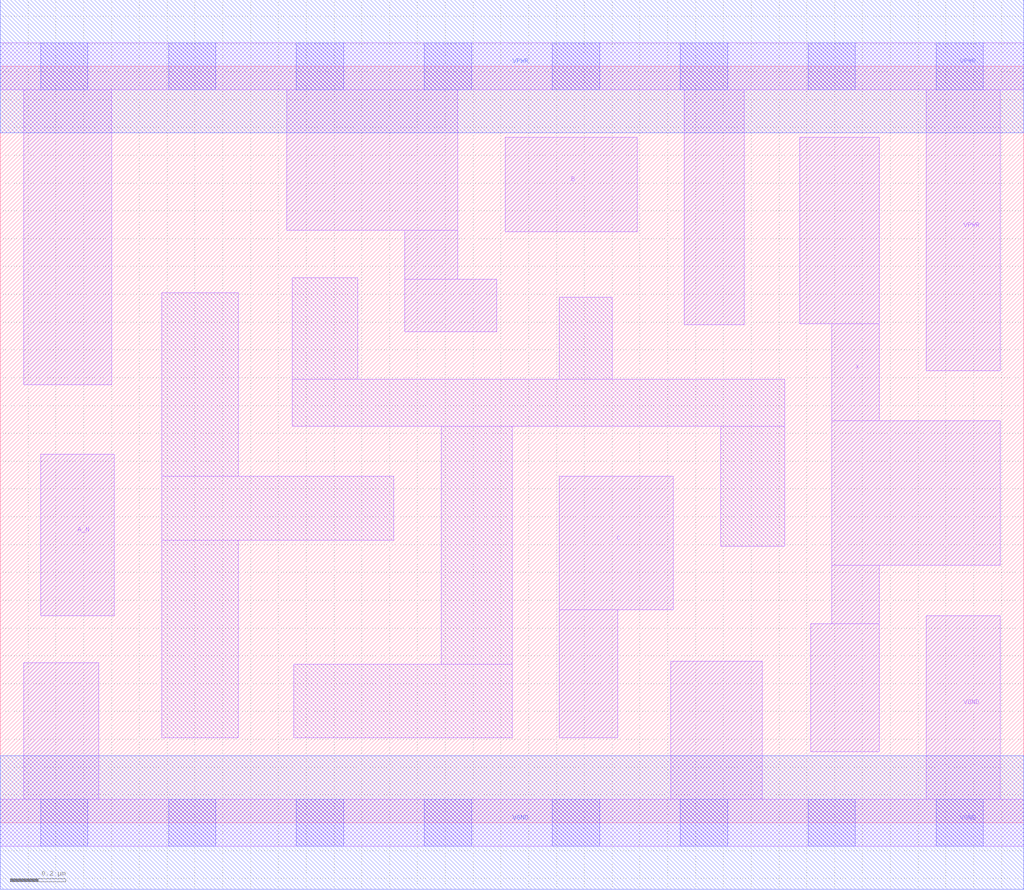
<source format=lef>
# Copyright 2020 The SkyWater PDK Authors
#
# Licensed under the Apache License, Version 2.0 (the "License");
# you may not use this file except in compliance with the License.
# You may obtain a copy of the License at
#
#     https://www.apache.org/licenses/LICENSE-2.0
#
# Unless required by applicable law or agreed to in writing, software
# distributed under the License is distributed on an "AS IS" BASIS,
# WITHOUT WARRANTIES OR CONDITIONS OF ANY KIND, either express or implied.
# See the License for the specific language governing permissions and
# limitations under the License.
#
# SPDX-License-Identifier: Apache-2.0

VERSION 5.7 ;
  NAMESCASESENSITIVE ON ;
  NOWIREEXTENSIONATPIN ON ;
  DIVIDERCHAR "/" ;
  BUSBITCHARS "[]" ;
UNITS
  DATABASE MICRONS 200 ;
END UNITS
MACRO sky130_fd_sc_hd__and3b_2
  CLASS CORE ;
  SOURCE USER ;
  FOREIGN sky130_fd_sc_hd__and3b_2 ;
  ORIGIN  0.000000  0.000000 ;
  SIZE  3.680000 BY  2.720000 ;
  SYMMETRY X Y R90 ;
  SITE unithd ;
  PIN A_N
    ANTENNAGATEAREA  0.126000 ;
    DIRECTION INPUT ;
    USE SIGNAL ;
    PORT
      LAYER li1 ;
        RECT 0.145000 0.745000 0.410000 1.325000 ;
    END
  END A_N
  PIN B
    ANTENNAGATEAREA  0.126000 ;
    DIRECTION INPUT ;
    USE SIGNAL ;
    PORT
      LAYER li1 ;
        RECT 1.815000 2.125000 2.290000 2.465000 ;
    END
  END B
  PIN C
    ANTENNAGATEAREA  0.126000 ;
    DIRECTION INPUT ;
    USE SIGNAL ;
    PORT
      LAYER li1 ;
        RECT 2.010000 0.305000 2.220000 0.765000 ;
        RECT 2.010000 0.765000 2.420000 1.245000 ;
    END
  END C
  PIN X
    ANTENNADIFFAREA  0.445500 ;
    DIRECTION OUTPUT ;
    USE SIGNAL ;
    PORT
      LAYER li1 ;
        RECT 2.875000 1.795000 3.160000 2.465000 ;
        RECT 2.915000 0.255000 3.160000 0.715000 ;
        RECT 2.990000 0.715000 3.160000 0.925000 ;
        RECT 2.990000 0.925000 3.595000 1.445000 ;
        RECT 2.990000 1.445000 3.160000 1.795000 ;
    END
  END X
  PIN VGND
    DIRECTION INOUT ;
    SHAPE ABUTMENT ;
    USE GROUND ;
    PORT
      LAYER li1 ;
        RECT 0.000000 -0.085000 3.680000 0.085000 ;
        RECT 0.085000  0.085000 0.355000 0.575000 ;
        RECT 2.410000  0.085000 2.740000 0.580000 ;
        RECT 3.330000  0.085000 3.595000 0.745000 ;
      LAYER mcon ;
        RECT 0.145000 -0.085000 0.315000 0.085000 ;
        RECT 0.605000 -0.085000 0.775000 0.085000 ;
        RECT 1.065000 -0.085000 1.235000 0.085000 ;
        RECT 1.525000 -0.085000 1.695000 0.085000 ;
        RECT 1.985000 -0.085000 2.155000 0.085000 ;
        RECT 2.445000 -0.085000 2.615000 0.085000 ;
        RECT 2.905000 -0.085000 3.075000 0.085000 ;
        RECT 3.365000 -0.085000 3.535000 0.085000 ;
      LAYER met1 ;
        RECT 0.000000 -0.240000 3.680000 0.240000 ;
    END
  END VGND
  PIN VPWR
    DIRECTION INOUT ;
    SHAPE ABUTMENT ;
    USE POWER ;
    PORT
      LAYER li1 ;
        RECT 0.000000 2.635000 3.680000 2.805000 ;
        RECT 0.085000 1.575000 0.400000 2.635000 ;
        RECT 1.030000 2.130000 1.645000 2.635000 ;
        RECT 1.455000 1.765000 1.785000 1.955000 ;
        RECT 1.455000 1.955000 1.645000 2.130000 ;
        RECT 2.460000 1.790000 2.675000 2.635000 ;
        RECT 3.330000 1.625000 3.595000 2.635000 ;
      LAYER mcon ;
        RECT 0.145000 2.635000 0.315000 2.805000 ;
        RECT 0.605000 2.635000 0.775000 2.805000 ;
        RECT 1.065000 2.635000 1.235000 2.805000 ;
        RECT 1.525000 2.635000 1.695000 2.805000 ;
        RECT 1.985000 2.635000 2.155000 2.805000 ;
        RECT 2.445000 2.635000 2.615000 2.805000 ;
        RECT 2.905000 2.635000 3.075000 2.805000 ;
        RECT 3.365000 2.635000 3.535000 2.805000 ;
      LAYER met1 ;
        RECT 0.000000 2.480000 3.680000 2.960000 ;
    END
  END VPWR
  OBS
    LAYER li1 ;
      RECT 0.580000 0.305000 0.855000 1.015000 ;
      RECT 0.580000 1.015000 1.415000 1.245000 ;
      RECT 0.580000 1.245000 0.855000 1.905000 ;
      RECT 1.050000 1.425000 2.820000 1.595000 ;
      RECT 1.050000 1.595000 1.285000 1.960000 ;
      RECT 1.055000 0.305000 1.840000 0.570000 ;
      RECT 1.585000 0.570000 1.840000 1.425000 ;
      RECT 2.010000 1.595000 2.200000 1.890000 ;
      RECT 2.590000 0.995000 2.820000 1.425000 ;
  END
END sky130_fd_sc_hd__and3b_2

</source>
